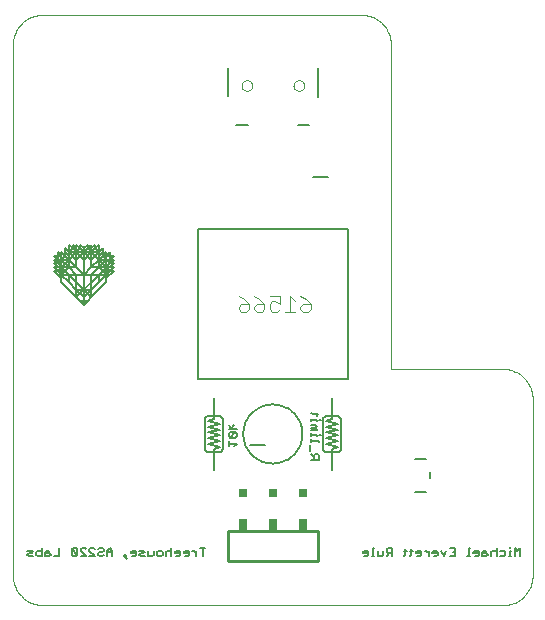
<source format=gbo>
G75*
G70*
%OFA0B0*%
%FSLAX24Y24*%
%IPPOS*%
%LPD*%
%AMOC8*
5,1,8,0,0,1.08239X$1,22.5*
%
%ADD10C,0.0000*%
%ADD11C,0.0050*%
%ADD12C,0.0040*%
%ADD13C,0.0080*%
%ADD14C,0.0100*%
%ADD15R,0.0300X0.0400*%
%ADD16R,0.0300X0.0300*%
D10*
X001269Y001047D02*
X016592Y001047D01*
X016652Y001049D01*
X016713Y001054D01*
X016772Y001063D01*
X016831Y001076D01*
X016890Y001092D01*
X016947Y001112D01*
X017002Y001135D01*
X017057Y001162D01*
X017109Y001191D01*
X017160Y001224D01*
X017209Y001260D01*
X017255Y001298D01*
X017299Y001340D01*
X017341Y001384D01*
X017379Y001430D01*
X017415Y001479D01*
X017448Y001530D01*
X017477Y001582D01*
X017504Y001637D01*
X017527Y001692D01*
X017547Y001749D01*
X017563Y001808D01*
X017576Y001867D01*
X017585Y001926D01*
X017590Y001987D01*
X017592Y002047D01*
X017592Y007921D01*
X017590Y007981D01*
X017585Y008042D01*
X017576Y008101D01*
X017563Y008160D01*
X017547Y008219D01*
X017527Y008276D01*
X017504Y008331D01*
X017477Y008386D01*
X017448Y008438D01*
X017415Y008489D01*
X017379Y008538D01*
X017341Y008584D01*
X017299Y008628D01*
X017255Y008670D01*
X017209Y008708D01*
X017160Y008744D01*
X017109Y008777D01*
X017057Y008806D01*
X017002Y008833D01*
X016947Y008856D01*
X016890Y008876D01*
X016831Y008892D01*
X016772Y008905D01*
X016713Y008914D01*
X016652Y008919D01*
X016592Y008921D01*
X012867Y008921D01*
X012867Y019732D01*
X012865Y019792D01*
X012860Y019853D01*
X012851Y019912D01*
X012838Y019971D01*
X012822Y020030D01*
X012802Y020087D01*
X012779Y020142D01*
X012752Y020197D01*
X012723Y020249D01*
X012690Y020300D01*
X012654Y020349D01*
X012616Y020395D01*
X012574Y020439D01*
X012530Y020481D01*
X012484Y020519D01*
X012435Y020555D01*
X012384Y020588D01*
X012332Y020617D01*
X012277Y020644D01*
X012222Y020667D01*
X012165Y020687D01*
X012106Y020703D01*
X012047Y020716D01*
X011988Y020725D01*
X011927Y020730D01*
X011867Y020732D01*
X001269Y020732D01*
X001209Y020730D01*
X001148Y020725D01*
X001089Y020716D01*
X001030Y020703D01*
X000971Y020687D01*
X000914Y020667D01*
X000859Y020644D01*
X000804Y020617D01*
X000752Y020588D01*
X000701Y020555D01*
X000652Y020519D01*
X000606Y020481D01*
X000562Y020439D01*
X000520Y020395D01*
X000482Y020349D01*
X000446Y020300D01*
X000413Y020249D01*
X000384Y020197D01*
X000357Y020142D01*
X000334Y020087D01*
X000314Y020030D01*
X000298Y019971D01*
X000285Y019912D01*
X000276Y019853D01*
X000271Y019792D01*
X000269Y019732D01*
X000269Y002047D01*
X000271Y001987D01*
X000276Y001926D01*
X000285Y001867D01*
X000298Y001808D01*
X000314Y001749D01*
X000334Y001692D01*
X000357Y001637D01*
X000384Y001582D01*
X000413Y001530D01*
X000446Y001479D01*
X000482Y001430D01*
X000520Y001384D01*
X000562Y001340D01*
X000606Y001298D01*
X000652Y001260D01*
X000701Y001224D01*
X000752Y001191D01*
X000804Y001162D01*
X000859Y001135D01*
X000914Y001112D01*
X000971Y001092D01*
X001030Y001076D01*
X001089Y001063D01*
X001148Y001054D01*
X001209Y001049D01*
X001269Y001047D01*
X007887Y018370D02*
X007889Y018396D01*
X007895Y018422D01*
X007905Y018447D01*
X007918Y018470D01*
X007934Y018490D01*
X007954Y018508D01*
X007976Y018523D01*
X007999Y018535D01*
X008025Y018543D01*
X008051Y018547D01*
X008077Y018547D01*
X008103Y018543D01*
X008129Y018535D01*
X008153Y018523D01*
X008174Y018508D01*
X008194Y018490D01*
X008210Y018470D01*
X008223Y018447D01*
X008233Y018422D01*
X008239Y018396D01*
X008241Y018370D01*
X008239Y018344D01*
X008233Y018318D01*
X008223Y018293D01*
X008210Y018270D01*
X008194Y018250D01*
X008174Y018232D01*
X008152Y018217D01*
X008129Y018205D01*
X008103Y018197D01*
X008077Y018193D01*
X008051Y018193D01*
X008025Y018197D01*
X007999Y018205D01*
X007975Y018217D01*
X007954Y018232D01*
X007934Y018250D01*
X007918Y018270D01*
X007905Y018293D01*
X007895Y018318D01*
X007889Y018344D01*
X007887Y018370D01*
X009619Y018370D02*
X009621Y018396D01*
X009627Y018422D01*
X009637Y018447D01*
X009650Y018470D01*
X009666Y018490D01*
X009686Y018508D01*
X009708Y018523D01*
X009731Y018535D01*
X009757Y018543D01*
X009783Y018547D01*
X009809Y018547D01*
X009835Y018543D01*
X009861Y018535D01*
X009885Y018523D01*
X009906Y018508D01*
X009926Y018490D01*
X009942Y018470D01*
X009955Y018447D01*
X009965Y018422D01*
X009971Y018396D01*
X009973Y018370D01*
X009971Y018344D01*
X009965Y018318D01*
X009955Y018293D01*
X009942Y018270D01*
X009926Y018250D01*
X009906Y018232D01*
X009884Y018217D01*
X009861Y018205D01*
X009835Y018197D01*
X009809Y018193D01*
X009783Y018193D01*
X009757Y018197D01*
X009731Y018205D01*
X009707Y018217D01*
X009686Y018232D01*
X009666Y018250D01*
X009650Y018270D01*
X009637Y018293D01*
X009627Y018318D01*
X009621Y018344D01*
X009619Y018370D01*
D11*
X010426Y017976D02*
X010426Y018960D01*
X010151Y017070D02*
X009757Y017070D01*
X008103Y017070D02*
X007710Y017070D01*
X007434Y018015D02*
X007434Y018960D01*
X006430Y013586D02*
X011430Y013586D01*
X011430Y008586D01*
X006430Y008586D01*
X006430Y013586D01*
X003631Y012695D02*
X003506Y012570D01*
X003506Y012695D01*
X003631Y012695D01*
X003631Y012570D02*
X003506Y012445D01*
X003631Y012445D01*
X003506Y012320D01*
X003631Y012320D01*
X003506Y012195D01*
X003131Y012570D01*
X002881Y012820D01*
X002381Y012820D01*
X002131Y012570D01*
X001756Y012195D01*
X002006Y012195D01*
X002131Y012070D01*
X002131Y011820D01*
X001881Y012070D01*
X001881Y012320D01*
X001881Y012570D01*
X001756Y012445D01*
X001631Y012445D01*
X001756Y012320D01*
X001631Y012320D01*
X001756Y012195D01*
X001631Y012195D01*
X001881Y011945D01*
X001881Y011820D01*
X002381Y011320D01*
X002381Y012070D01*
X002131Y012070D01*
X002881Y011320D01*
X002881Y011570D01*
X002881Y012070D01*
X003131Y012070D01*
X003131Y011820D01*
X003381Y012070D01*
X003381Y012320D01*
X003381Y012570D01*
X003256Y012695D01*
X003256Y012820D01*
X003256Y012945D01*
X003131Y012820D01*
X003006Y012945D01*
X003006Y013070D01*
X002881Y012945D01*
X002881Y013070D01*
X002756Y012945D01*
X002881Y012820D01*
X003131Y012820D01*
X002881Y012570D01*
X002631Y012820D01*
X002381Y012570D01*
X002131Y012820D01*
X002006Y012945D01*
X002006Y012820D01*
X002006Y012695D01*
X001881Y012570D01*
X002131Y012570D01*
X002131Y012320D01*
X002381Y012070D01*
X002631Y012070D01*
X002881Y012070D01*
X003131Y012320D01*
X003131Y012570D01*
X003381Y012570D01*
X003506Y012445D01*
X003381Y012320D01*
X003256Y012195D01*
X003506Y012195D01*
X003631Y012195D01*
X003381Y011945D01*
X003381Y011820D01*
X002881Y011320D01*
X002756Y011195D01*
X002506Y011195D01*
X002381Y011320D01*
X003131Y012070D01*
X003256Y012195D01*
X003381Y012070D01*
X003131Y012070D01*
X003256Y012195D02*
X003131Y012320D01*
X003381Y012570D01*
X003381Y012695D01*
X003506Y012820D01*
X003506Y012695D01*
X003381Y012695D01*
X003381Y012820D01*
X003256Y012695D01*
X003131Y012570D01*
X003131Y012695D01*
X003256Y012820D01*
X003131Y012820D02*
X003131Y013070D01*
X003006Y012945D01*
X002881Y012820D01*
X002881Y012945D01*
X002881Y012820D02*
X002881Y012570D01*
X002881Y012320D01*
X003131Y012320D01*
X003381Y012320D01*
X003506Y012320D01*
X003506Y012195D02*
X003381Y012070D01*
X003381Y011945D01*
X003131Y011820D02*
X002881Y011570D01*
X002381Y011570D01*
X002131Y011820D01*
X002131Y012070D02*
X001881Y012070D01*
X001881Y011945D01*
X001881Y012070D02*
X001756Y012195D01*
X001756Y012320D02*
X001881Y012320D01*
X002006Y012195D01*
X001881Y012070D01*
X002006Y012195D02*
X002131Y012320D01*
X001881Y012570D01*
X001881Y012695D01*
X001756Y012820D01*
X001756Y012695D01*
X001631Y012695D01*
X001756Y012570D01*
X001756Y012695D01*
X001881Y012695D01*
X001881Y012820D01*
X002006Y012695D01*
X002131Y012570D01*
X002131Y012695D01*
X002006Y012820D01*
X002131Y012820D02*
X002256Y012945D01*
X002256Y013070D01*
X002381Y012945D01*
X002381Y012820D01*
X002131Y012820D01*
X002131Y013070D01*
X002256Y012945D01*
X002381Y012820D01*
X002506Y012945D01*
X002506Y013070D01*
X002631Y012945D01*
X002631Y012820D01*
X002631Y012570D01*
X002881Y012820D01*
X002756Y012945D02*
X002756Y013070D01*
X002631Y012945D01*
X002631Y012820D02*
X002506Y012945D01*
X002381Y013070D01*
X002381Y012945D01*
X002381Y012820D02*
X002381Y012570D01*
X002381Y012320D01*
X002131Y012320D01*
X001881Y012320D01*
X001756Y012445D01*
X001631Y012570D01*
X001756Y012570D01*
X001881Y012570D01*
X002131Y012570D02*
X002381Y012320D01*
X002631Y012070D01*
X002881Y012320D01*
X003131Y012570D01*
X003131Y012695D02*
X003131Y012820D01*
X003381Y012570D02*
X003506Y012570D01*
X003631Y012570D01*
X002756Y012945D02*
X002631Y012820D01*
X002631Y012570D02*
X002381Y012820D01*
X002631Y012570D02*
X002631Y012070D01*
X002631Y011320D01*
X002881Y011570D01*
X002631Y011320D02*
X002381Y011570D01*
X002631Y011320D02*
X002631Y011070D01*
X002506Y011195D01*
X002631Y011070D02*
X002756Y011195D01*
X002131Y012695D02*
X002131Y012820D01*
X006766Y007346D02*
X007157Y007346D01*
X007174Y007344D01*
X007191Y007340D01*
X007207Y007333D01*
X007221Y007323D01*
X007234Y007310D01*
X007244Y007296D01*
X007251Y007280D01*
X007255Y007263D01*
X007257Y007246D01*
X007257Y006265D01*
X007255Y006248D01*
X007251Y006231D01*
X007244Y006215D01*
X007234Y006201D01*
X007221Y006188D01*
X007207Y006178D01*
X007191Y006171D01*
X007174Y006167D01*
X007157Y006165D01*
X006766Y006165D01*
X006749Y006167D01*
X006732Y006171D01*
X006716Y006178D01*
X006702Y006188D01*
X006689Y006201D01*
X006679Y006215D01*
X006672Y006231D01*
X006668Y006248D01*
X006666Y006265D01*
X006666Y007246D01*
X006668Y007263D01*
X006672Y007280D01*
X006679Y007296D01*
X006689Y007310D01*
X006702Y007323D01*
X006716Y007333D01*
X006732Y007340D01*
X006749Y007344D01*
X006766Y007346D01*
X006765Y007198D02*
X006962Y007247D01*
X006962Y007944D01*
X006765Y007198D02*
X007159Y007100D01*
X006765Y007001D01*
X007159Y006903D01*
X006765Y006805D01*
X007159Y006706D01*
X006765Y006608D01*
X007159Y006509D01*
X006765Y006411D01*
X007159Y006312D01*
X006962Y006263D01*
X006962Y005566D01*
X007454Y006339D02*
X007454Y006519D01*
X007454Y006429D02*
X007724Y006429D01*
X007634Y006339D01*
X007679Y006634D02*
X007499Y006634D01*
X007679Y006814D01*
X007499Y006814D01*
X007454Y006769D01*
X007454Y006679D01*
X007499Y006634D01*
X007679Y006634D02*
X007724Y006679D01*
X007724Y006769D01*
X007679Y006814D01*
X007724Y006928D02*
X007454Y006928D01*
X007544Y006928D02*
X007454Y007064D01*
X007544Y006928D02*
X007634Y007064D01*
X010165Y006373D02*
X010165Y006193D01*
X010210Y006078D02*
X010300Y005988D01*
X010300Y006033D02*
X010300Y005898D01*
X010210Y005898D02*
X010480Y005898D01*
X010480Y006033D01*
X010435Y006078D01*
X010345Y006078D01*
X010300Y006033D01*
X010603Y006265D02*
X010603Y007246D01*
X010525Y007220D02*
X010480Y007220D01*
X010390Y007220D02*
X010210Y007220D01*
X010210Y007175D02*
X010210Y007265D01*
X010255Y007416D02*
X010210Y007461D01*
X010255Y007416D02*
X010435Y007416D01*
X010390Y007371D02*
X010390Y007461D01*
X010390Y007220D02*
X010390Y007175D01*
X010345Y007060D02*
X010210Y007060D01*
X010210Y006970D02*
X010345Y006970D01*
X010390Y007015D01*
X010345Y007060D01*
X010345Y006970D02*
X010390Y006925D01*
X010390Y006880D01*
X010210Y006880D01*
X010210Y006774D02*
X010210Y006684D01*
X010210Y006729D02*
X010390Y006729D01*
X010390Y006684D01*
X010480Y006729D02*
X010525Y006729D01*
X010702Y006805D02*
X011096Y006903D01*
X010702Y007001D01*
X011096Y007100D01*
X010702Y007198D01*
X010899Y007247D01*
X010899Y007944D01*
X011094Y007346D02*
X010703Y007346D01*
X010686Y007344D01*
X010669Y007340D01*
X010653Y007333D01*
X010639Y007323D01*
X010626Y007310D01*
X010616Y007296D01*
X010609Y007280D01*
X010605Y007263D01*
X010603Y007246D01*
X010702Y006805D02*
X011096Y006706D01*
X010702Y006608D01*
X011096Y006509D01*
X010702Y006411D01*
X011096Y006312D01*
X010899Y006263D01*
X010899Y005566D01*
X011094Y006165D02*
X010703Y006165D01*
X010686Y006167D01*
X010669Y006171D01*
X010653Y006178D01*
X010639Y006188D01*
X010626Y006201D01*
X010616Y006215D01*
X010609Y006231D01*
X010605Y006248D01*
X010603Y006265D01*
X010480Y006487D02*
X010480Y006532D01*
X010210Y006532D01*
X010210Y006487D02*
X010210Y006577D01*
X011094Y006165D02*
X011111Y006167D01*
X011128Y006171D01*
X011144Y006178D01*
X011158Y006188D01*
X011171Y006201D01*
X011181Y006215D01*
X011188Y006231D01*
X011192Y006248D01*
X011194Y006265D01*
X011194Y007246D01*
X011192Y007263D01*
X011188Y007280D01*
X011181Y007296D01*
X011171Y007310D01*
X011158Y007323D01*
X011144Y007333D01*
X011128Y007340D01*
X011111Y007344D01*
X011094Y007346D01*
X012266Y002954D02*
X012266Y002683D01*
X012311Y002683D02*
X012221Y002683D01*
X012115Y002728D02*
X012115Y002818D01*
X012070Y002863D01*
X011980Y002863D01*
X011935Y002818D01*
X011935Y002773D01*
X012115Y002773D01*
X012115Y002728D02*
X012070Y002683D01*
X011980Y002683D01*
X012266Y002954D02*
X012311Y002954D01*
X012426Y002863D02*
X012426Y002683D01*
X012561Y002683D01*
X012606Y002728D01*
X012606Y002863D01*
X012720Y002818D02*
X012765Y002773D01*
X012900Y002773D01*
X012810Y002773D02*
X012720Y002683D01*
X012720Y002818D02*
X012720Y002909D01*
X012765Y002954D01*
X012900Y002954D01*
X012900Y002683D01*
X013301Y002683D02*
X013347Y002728D01*
X013347Y002909D01*
X013392Y002863D02*
X013301Y002863D01*
X013498Y002863D02*
X013588Y002863D01*
X013543Y002909D02*
X013543Y002728D01*
X013498Y002683D01*
X013702Y002773D02*
X013883Y002773D01*
X013883Y002728D02*
X013883Y002818D01*
X013838Y002863D01*
X013748Y002863D01*
X013702Y002818D01*
X013702Y002773D01*
X013748Y002683D02*
X013838Y002683D01*
X013883Y002728D01*
X013993Y002863D02*
X014038Y002863D01*
X014128Y002773D01*
X014128Y002683D02*
X014128Y002863D01*
X014243Y002818D02*
X014243Y002773D01*
X014423Y002773D01*
X014423Y002728D02*
X014423Y002818D01*
X014378Y002863D01*
X014288Y002863D01*
X014243Y002818D01*
X014288Y002683D02*
X014378Y002683D01*
X014423Y002728D01*
X014537Y002863D02*
X014627Y002683D01*
X014717Y002863D01*
X014832Y002954D02*
X015012Y002954D01*
X015012Y002683D01*
X014832Y002683D01*
X014922Y002818D02*
X015012Y002818D01*
X015413Y002683D02*
X015503Y002683D01*
X015458Y002683D02*
X015458Y002954D01*
X015503Y002954D01*
X015618Y002818D02*
X015618Y002773D01*
X015798Y002773D01*
X015798Y002728D02*
X015798Y002818D01*
X015753Y002863D01*
X015663Y002863D01*
X015618Y002818D01*
X015663Y002683D02*
X015753Y002683D01*
X015798Y002728D01*
X015912Y002683D02*
X015912Y002818D01*
X015957Y002863D01*
X016047Y002863D01*
X016047Y002773D02*
X015912Y002773D01*
X015912Y002683D02*
X016047Y002683D01*
X016093Y002728D01*
X016047Y002773D01*
X016207Y002818D02*
X016207Y002683D01*
X016207Y002818D02*
X016252Y002863D01*
X016342Y002863D01*
X016387Y002818D01*
X016502Y002863D02*
X016637Y002863D01*
X016682Y002818D01*
X016682Y002728D01*
X016637Y002683D01*
X016502Y002683D01*
X016387Y002683D02*
X016387Y002954D01*
X016833Y002954D02*
X016833Y002999D01*
X016833Y002863D02*
X016833Y002683D01*
X016878Y002683D02*
X016788Y002683D01*
X016833Y002863D02*
X016878Y002863D01*
X016993Y002954D02*
X016993Y002683D01*
X017173Y002683D02*
X017173Y002954D01*
X017083Y002863D01*
X016993Y002954D01*
X006678Y002954D02*
X006498Y002954D01*
X006588Y002954D02*
X006588Y002683D01*
X006383Y002683D02*
X006383Y002863D01*
X006383Y002773D02*
X006293Y002863D01*
X006248Y002863D01*
X006138Y002818D02*
X006138Y002728D01*
X006093Y002683D01*
X006003Y002683D01*
X005957Y002773D02*
X006138Y002773D01*
X006138Y002818D02*
X006093Y002863D01*
X006003Y002863D01*
X005957Y002818D01*
X005957Y002773D01*
X005843Y002773D02*
X005663Y002773D01*
X005663Y002818D01*
X005708Y002863D01*
X005798Y002863D01*
X005843Y002818D01*
X005843Y002728D01*
X005798Y002683D01*
X005708Y002683D01*
X005548Y002683D02*
X005548Y002954D01*
X005503Y002863D02*
X005413Y002863D01*
X005368Y002818D01*
X005368Y002683D01*
X005254Y002728D02*
X005254Y002818D01*
X005209Y002863D01*
X005119Y002863D01*
X005074Y002818D01*
X005074Y002728D01*
X005119Y002683D01*
X005209Y002683D01*
X005254Y002728D01*
X004959Y002728D02*
X004959Y002863D01*
X004959Y002728D02*
X004914Y002683D01*
X004779Y002683D01*
X004779Y002863D01*
X004664Y002818D02*
X004619Y002863D01*
X004484Y002863D01*
X004529Y002773D02*
X004619Y002773D01*
X004664Y002818D01*
X004664Y002683D02*
X004529Y002683D01*
X004484Y002728D01*
X004529Y002773D01*
X004370Y002773D02*
X004190Y002773D01*
X004190Y002818D01*
X004235Y002863D01*
X004325Y002863D01*
X004370Y002818D01*
X004370Y002728D01*
X004325Y002683D01*
X004235Y002683D01*
X004075Y002593D02*
X003985Y002683D01*
X004030Y002683D01*
X004030Y002728D01*
X003985Y002728D01*
X003985Y002683D01*
X003584Y002683D02*
X003584Y002863D01*
X003494Y002954D01*
X003404Y002863D01*
X003404Y002683D01*
X003289Y002728D02*
X003244Y002683D01*
X003154Y002683D01*
X003109Y002728D01*
X003109Y002773D01*
X003154Y002818D01*
X003244Y002818D01*
X003289Y002863D01*
X003289Y002909D01*
X003244Y002954D01*
X003154Y002954D01*
X003109Y002909D01*
X002995Y002909D02*
X002950Y002954D01*
X002860Y002954D01*
X002815Y002909D01*
X002815Y002863D01*
X002995Y002683D01*
X002815Y002683D01*
X002700Y002683D02*
X002520Y002863D01*
X002520Y002909D01*
X002565Y002954D01*
X002655Y002954D01*
X002700Y002909D01*
X002700Y002683D02*
X002520Y002683D01*
X002405Y002728D02*
X002225Y002909D01*
X002225Y002728D01*
X002270Y002683D01*
X002360Y002683D01*
X002405Y002728D01*
X002405Y002909D01*
X002360Y002954D01*
X002270Y002954D01*
X002225Y002909D01*
X001816Y002954D02*
X001816Y002683D01*
X001636Y002683D01*
X001521Y002728D02*
X001476Y002773D01*
X001341Y002773D01*
X001341Y002818D02*
X001341Y002683D01*
X001476Y002683D01*
X001521Y002728D01*
X001476Y002863D02*
X001386Y002863D01*
X001341Y002818D01*
X001227Y002863D02*
X001092Y002863D01*
X001047Y002818D01*
X001047Y002728D01*
X001092Y002683D01*
X001227Y002683D01*
X001227Y002954D01*
X000932Y002818D02*
X000887Y002863D01*
X000752Y002863D01*
X000797Y002773D02*
X000887Y002773D01*
X000932Y002818D01*
X000932Y002683D02*
X000797Y002683D01*
X000752Y002728D01*
X000797Y002773D01*
X003404Y002818D02*
X003584Y002818D01*
X005503Y002863D02*
X005548Y002818D01*
D12*
X007877Y010826D02*
X007790Y010913D01*
X007790Y011000D01*
X007877Y011086D01*
X008137Y011086D01*
X008137Y010913D01*
X008050Y010826D01*
X007877Y010826D01*
X008137Y011086D02*
X007963Y011260D01*
X007790Y011346D01*
X008305Y011346D02*
X008479Y011260D01*
X008652Y011086D01*
X008392Y011086D01*
X008305Y011000D01*
X008305Y010913D01*
X008392Y010826D01*
X008566Y010826D01*
X008652Y010913D01*
X008652Y011086D01*
X008821Y011086D02*
X008821Y010913D01*
X008908Y010826D01*
X009081Y010826D01*
X009168Y010913D01*
X009168Y011086D02*
X008995Y011173D01*
X008908Y011173D01*
X008821Y011086D01*
X008821Y011346D02*
X009168Y011346D01*
X009168Y011086D01*
X009337Y010826D02*
X009684Y010826D01*
X009510Y010826D02*
X009510Y011346D01*
X009684Y011173D01*
X009852Y011346D02*
X010026Y011260D01*
X010199Y011086D01*
X009939Y011086D01*
X009852Y011000D01*
X009852Y010913D01*
X009939Y010826D01*
X010113Y010826D01*
X010199Y010913D01*
X010199Y011086D01*
D13*
X010255Y015326D02*
X010755Y015326D01*
X007946Y006755D02*
X007948Y006817D01*
X007954Y006880D01*
X007964Y006941D01*
X007978Y007002D01*
X007995Y007062D01*
X008016Y007121D01*
X008042Y007178D01*
X008070Y007233D01*
X008102Y007287D01*
X008138Y007338D01*
X008176Y007388D01*
X008218Y007434D01*
X008262Y007478D01*
X008310Y007519D01*
X008359Y007557D01*
X008411Y007591D01*
X008465Y007622D01*
X008521Y007650D01*
X008579Y007674D01*
X008638Y007695D01*
X008698Y007711D01*
X008759Y007724D01*
X008821Y007733D01*
X008883Y007738D01*
X008946Y007739D01*
X009008Y007736D01*
X009070Y007729D01*
X009132Y007718D01*
X009192Y007703D01*
X009252Y007685D01*
X009310Y007663D01*
X009367Y007637D01*
X009422Y007607D01*
X009475Y007574D01*
X009526Y007538D01*
X009574Y007499D01*
X009620Y007456D01*
X009663Y007411D01*
X009703Y007363D01*
X009740Y007313D01*
X009774Y007260D01*
X009805Y007206D01*
X009831Y007150D01*
X009855Y007092D01*
X009874Y007032D01*
X009890Y006972D01*
X009902Y006910D01*
X009910Y006849D01*
X009914Y006786D01*
X009914Y006724D01*
X009910Y006661D01*
X009902Y006600D01*
X009890Y006538D01*
X009874Y006478D01*
X009855Y006418D01*
X009831Y006360D01*
X009805Y006304D01*
X009774Y006250D01*
X009740Y006197D01*
X009703Y006147D01*
X009663Y006099D01*
X009620Y006054D01*
X009574Y006011D01*
X009526Y005972D01*
X009475Y005936D01*
X009422Y005903D01*
X009367Y005873D01*
X009310Y005847D01*
X009252Y005825D01*
X009192Y005807D01*
X009132Y005792D01*
X009070Y005781D01*
X009008Y005774D01*
X008946Y005771D01*
X008883Y005772D01*
X008821Y005777D01*
X008759Y005786D01*
X008698Y005799D01*
X008638Y005815D01*
X008579Y005836D01*
X008521Y005860D01*
X008465Y005888D01*
X008411Y005919D01*
X008359Y005953D01*
X008310Y005991D01*
X008262Y006032D01*
X008218Y006076D01*
X008176Y006122D01*
X008138Y006172D01*
X008102Y006223D01*
X008070Y006277D01*
X008042Y006332D01*
X008016Y006389D01*
X007995Y006448D01*
X007978Y006508D01*
X007964Y006569D01*
X007954Y006630D01*
X007948Y006693D01*
X007946Y006755D01*
X008176Y006393D02*
X008676Y006393D01*
X013682Y005937D02*
X014021Y005937D01*
X014171Y005483D02*
X014171Y005272D01*
X014021Y004817D02*
X013682Y004817D01*
D14*
X010430Y003537D02*
X010430Y002537D01*
X009430Y002537D01*
X008430Y002537D01*
X007430Y002537D01*
X007430Y003537D01*
X008430Y003537D01*
X009430Y003537D01*
X010430Y003537D01*
D15*
X009930Y003737D03*
X008930Y003737D03*
X007930Y003737D03*
D16*
X007930Y004787D03*
X008930Y004787D03*
X009930Y004787D03*
M02*

</source>
